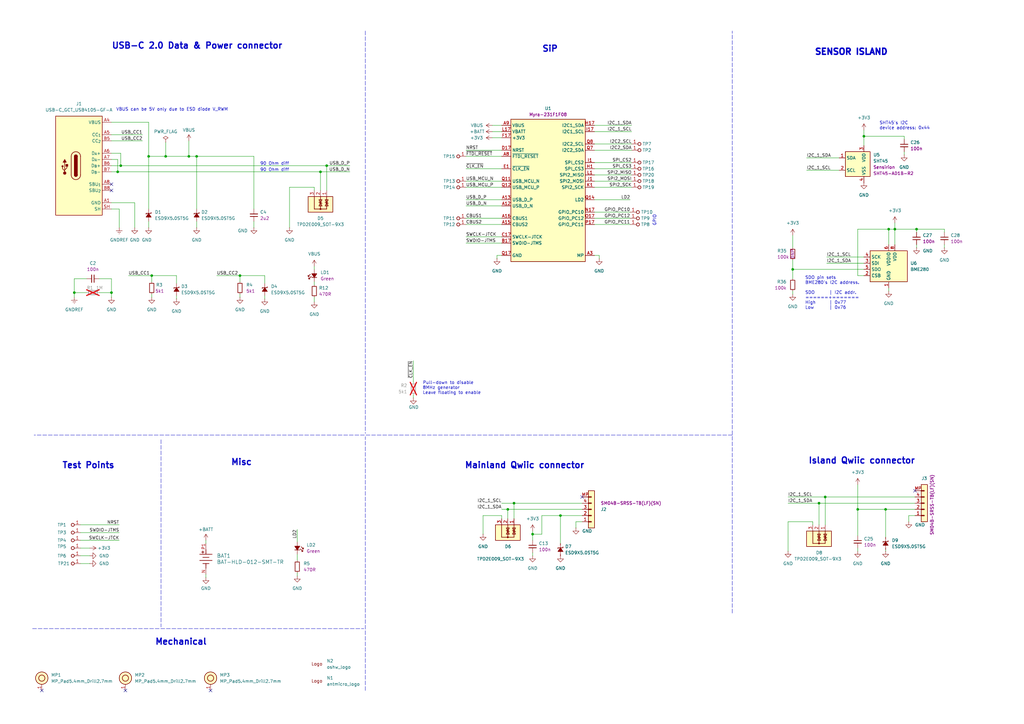
<source format=kicad_sch>
(kicad_sch (version 20230121) (generator eeschema)
  (paper "A3")
  (title_block (title "MYRA SiP Baseboard") (date "2024-06-28") (rev "1.0.0:c359f") (company "Antmicro ") (comment 1 "www.antmicro.com"))
  (junction (at 210.82 206.375))
  (junction (at 335.915 206.375))
  (junction (at 218.44 219.075))
  (junction (at 338.455 203.835))
  (junction (at 133.985 67.945))
  (junction (at 367.03 93.98))
  (junction (at 363.22 208.915))
  (junction (at 354.33 55.88))
  (junction (at 45.72 120.015))
  (junction (at 30.48 120.015))
  (junction (at 364.49 93.98))
  (junction (at 98.425 113.03))
  (junction (at 48.26 70.485))
  (junction (at 375.92 93.98))
  (junction (at 351.79 208.915))
  (junction (at 60.96 64.135))
  (junction (at 80.645 64.135))
  (junction (at 62.23 113.03))
  (junction (at 49.53 67.945))
  (junction (at 229.87 211.455))
  (junction (at 77.47 64.135))
  (junction (at 208.28 208.915))
  (junction (at 325.12 110.49))
  (junction (at 67.945 64.135))
  (junction (at 131.445 70.485))
  (no_connect (at 375.285 201.295))
  (no_connect (at 86.36 283.21))
  (no_connect (at 45.72 78.105))
  (no_connect (at 17.145 283.21))
  (no_connect (at 45.72 75.565))
  (no_connect (at 51.435 283.21))
  (no_connect (at 238.76 203.835))
  (wire (pts (xy 370.84 62.23) (xy 370.84 63.5)))
  (wire (pts (xy 258.445 92.075) (xy 243.84 92.075)))
  (wire (pts (xy 33.02 218.44) (xy 48.895 218.44)))
  (wire (pts (xy 45.72 62.865) (xy 49.53 62.865)))
  (wire (pts (xy 243.84 51.435) (xy 259.08 51.435)))
  (wire (pts (xy 77.47 57.785) (xy 77.47 64.135)))
  (wire (pts (xy 351.79 208.915) (xy 363.22 208.915)))
  (wire (pts (xy 245.745 106.045) (xy 245.745 104.775)))
  (wire (pts (xy 128.905 76.835) (xy 118.745 76.835)))
  (wire (pts (xy 201.93 51.435) (xy 205.74 51.435)))
  (wire (pts (xy 60.96 50.165) (xy 60.96 64.135)))
  (wire (pts (xy 98.425 113.03) (xy 98.425 115.57)))
  (wire (pts (xy 191.135 81.915) (xy 205.74 81.915)))
  (wire (pts (xy 222.25 219.075) (xy 218.44 219.075)))
  (wire (pts (xy 191.135 99.695) (xy 205.74 99.695)))
  (polyline (pts (xy 66.04 180.34) (xy 66.04 257.175)) (stroke (width 0) (type dash)))
  (wire (pts (xy 108.585 121.285) (xy 108.585 122.555)))
  (wire (pts (xy 67.945 58.42) (xy 67.945 64.135)))
  (wire (pts (xy 133.985 67.945) (xy 133.985 78.105)))
  (wire (pts (xy 55.245 83.185) (xy 45.72 83.185)))
  (wire (pts (xy 45.72 120.015) (xy 45.72 121.92)))
  (wire (pts (xy 198.12 211.455) (xy 205.74 211.455)))
  (wire (pts (xy 387.35 100.33) (xy 387.35 101.6)))
  (wire (pts (xy 203.835 106.045) (xy 203.835 104.775)))
  (wire (pts (xy 67.945 64.135) (xy 77.47 64.135)))
  (wire (pts (xy 104.14 64.135) (xy 104.14 85.725)))
  (wire (pts (xy 191.135 84.455) (xy 205.74 84.455)))
  (wire (pts (xy 325.12 106.68) (xy 325.12 110.49)))
  (wire (pts (xy 45.72 114.3) (xy 45.72 120.015)))
  (wire (pts (xy 375.285 211.455) (xy 372.745 211.455)))
  (wire (pts (xy 45.72 67.945) (xy 49.53 67.945)))
  (wire (pts (xy 367.03 91.44) (xy 367.03 93.98)))
  (wire (pts (xy 338.455 203.835) (xy 338.455 215.265)))
  (wire (pts (xy 33.02 227.965) (xy 36.83 227.965)))
  (wire (pts (xy 258.445 86.995) (xy 243.84 86.995)))
  (wire (pts (xy 40.64 120.015) (xy 45.72 120.015)))
  (wire (pts (xy 60.96 90.805) (xy 60.96 93.345)))
  (wire (pts (xy 191.135 89.535) (xy 205.74 89.535)))
  (wire (pts (xy 354.33 55.88) (xy 370.84 55.88)))
  (wire (pts (xy 191.135 92.075) (xy 205.74 92.075)))
  (wire (pts (xy 48.895 93.345) (xy 48.895 85.725)))
  (wire (pts (xy 98.425 120.65) (xy 98.425 121.92)))
  (wire (pts (xy 45.72 85.725) (xy 48.895 85.725)))
  (wire (pts (xy 245.745 104.775) (xy 243.84 104.775)))
  (wire (pts (xy 88.9 113.03) (xy 98.425 113.03)))
  (wire (pts (xy 30.48 114.3) (xy 30.48 120.015)))
  (wire (pts (xy 80.645 64.135) (xy 80.645 85.725)))
  (wire (pts (xy 323.215 206.375) (xy 335.915 206.375)))
  (wire (pts (xy 243.84 59.055) (xy 259.08 59.055)))
  (wire (pts (xy 191.135 76.835) (xy 205.74 76.835)))
  (wire (pts (xy 40.64 114.3) (xy 45.72 114.3)))
  (wire (pts (xy 48.26 65.405) (xy 48.26 70.485)))
  (wire (pts (xy 339.09 105.41) (xy 354.33 105.41)))
  (polyline (pts (xy 149.86 283.21) (xy 149.86 179.07)) (stroke (width 0) (type dash)))
  (wire (pts (xy 351.79 208.915) (xy 351.79 219.71)))
  (wire (pts (xy 323.215 203.835) (xy 338.455 203.835)))
  (wire (pts (xy 370.84 55.88) (xy 370.84 57.15)))
  (wire (pts (xy 98.425 113.03) (xy 108.585 113.03)))
  (wire (pts (xy 364.49 93.98) (xy 367.03 93.98)))
  (wire (pts (xy 363.22 208.915) (xy 363.22 220.345)))
  (wire (pts (xy 330.835 64.77) (xy 344.17 64.77)))
  (wire (pts (xy 375.92 93.98) (xy 387.35 93.98)))
  (wire (pts (xy 258.445 89.535) (xy 243.84 89.535)))
  (wire (pts (xy 259.08 66.675) (xy 243.84 66.675)))
  (wire (pts (xy 118.745 76.835) (xy 118.745 93.345)))
  (wire (pts (xy 45.72 57.785) (xy 58.42 57.785)))
  (wire (pts (xy 169.545 147.955) (xy 169.545 156.845)))
  (polyline (pts (xy 300.355 178.435) (xy 13.97 178.435)) (stroke (width 0) (type dash)))
  (wire (pts (xy 375.92 93.98) (xy 375.92 95.25)))
  (wire (pts (xy 325.12 110.49) (xy 354.33 110.49)))
  (wire (pts (xy 80.645 90.805) (xy 80.645 93.345)))
  (wire (pts (xy 229.87 211.455) (xy 238.76 211.455)))
  (polyline (pts (xy 300.355 251.46) (xy 300.355 12.7)) (stroke (width 0) (type dash)))
  (wire (pts (xy 205.74 206.375) (xy 210.82 206.375)))
  (wire (pts (xy 259.08 71.755) (xy 243.84 71.755)))
  (wire (pts (xy 191.135 74.295) (xy 205.74 74.295)))
  (wire (pts (xy 364.49 118.11) (xy 364.49 119.38)))
  (wire (pts (xy 364.49 93.98) (xy 351.79 93.98)))
  (wire (pts (xy 335.915 206.375) (xy 335.915 215.265)))
  (wire (pts (xy 372.745 211.455) (xy 372.745 213.995)))
  (wire (pts (xy 243.84 81.915) (xy 258.445 81.915)))
  (wire (pts (xy 128.905 121.92) (xy 128.905 123.825)))
  (wire (pts (xy 33.02 215.265) (xy 48.895 215.265)))
  (wire (pts (xy 210.82 206.375) (xy 210.82 212.725)))
  (wire (pts (xy 323.215 226.06) (xy 323.215 213.995)))
  (wire (pts (xy 72.39 113.03) (xy 62.23 113.03)))
  (wire (pts (xy 33.02 221.615) (xy 48.895 221.615)))
  (wire (pts (xy 128.905 115.57) (xy 128.905 116.84)))
  (wire (pts (xy 55.245 93.345) (xy 55.245 83.185)))
  (wire (pts (xy 351.79 224.79) (xy 351.79 226.06)))
  (wire (pts (xy 49.53 67.945) (xy 133.985 67.945)))
  (wire (pts (xy 201.93 53.975) (xy 205.74 53.975)))
  (wire (pts (xy 229.87 211.455) (xy 222.25 211.455)))
  (wire (pts (xy 128.905 76.835) (xy 128.905 78.105)))
  (wire (pts (xy 259.08 69.215) (xy 243.84 69.215)))
  (wire (pts (xy 45.72 65.405) (xy 48.26 65.405)))
  (wire (pts (xy 191.135 69.215) (xy 205.74 69.215)))
  (wire (pts (xy 325.12 110.49) (xy 325.12 114.3)))
  (wire (pts (xy 121.92 234.95) (xy 121.92 236.22)))
  (wire (pts (xy 364.49 93.98) (xy 364.49 100.33)))
  (wire (pts (xy 351.79 113.03) (xy 354.33 113.03)))
  (wire (pts (xy 210.82 206.375) (xy 238.76 206.375)))
  (wire (pts (xy 259.08 76.835) (xy 243.84 76.835)))
  (wire (pts (xy 80.645 64.135) (xy 104.14 64.135)))
  (wire (pts (xy 238.76 213.995) (xy 236.22 213.995)))
  (wire (pts (xy 128.905 109.22) (xy 128.905 110.49)))
  (wire (pts (xy 62.23 113.03) (xy 62.23 115.57)))
  (wire (pts (xy 72.39 121.285) (xy 72.39 122.555)))
  (wire (pts (xy 330.835 69.85) (xy 344.17 69.85)))
  (wire (pts (xy 60.96 64.135) (xy 60.96 85.725)))
  (wire (pts (xy 191.135 64.135) (xy 205.74 64.135)))
  (wire (pts (xy 36.83 231.14) (xy 33.02 231.14)))
  (wire (pts (xy 108.585 113.03) (xy 108.585 116.205)))
  (wire (pts (xy 335.915 206.375) (xy 375.285 206.375)))
  (wire (pts (xy 121.92 227.33) (xy 121.92 229.87)))
  (wire (pts (xy 236.22 213.995) (xy 236.22 216.535)))
  (wire (pts (xy 208.28 208.915) (xy 238.76 208.915)))
  (wire (pts (xy 243.84 61.595) (xy 259.08 61.595)))
  (wire (pts (xy 84.455 236.855) (xy 84.455 235.585)))
  (wire (pts (xy 131.445 70.485) (xy 143.51 70.485)))
  (wire (pts (xy 205.74 211.455) (xy 205.74 212.725)))
  (wire (pts (xy 62.23 120.65) (xy 62.23 121.92)))
  (wire (pts (xy 351.79 198.755) (xy 351.79 208.915)))
  (wire (pts (xy 84.455 221.615) (xy 84.455 222.885)))
  (wire (pts (xy 77.47 64.135) (xy 80.645 64.135)))
  (wire (pts (xy 243.84 53.975) (xy 259.08 53.975)))
  (wire (pts (xy 222.25 211.455) (xy 222.25 219.075)))
  (wire (pts (xy 339.09 107.95) (xy 354.33 107.95)))
  (wire (pts (xy 363.22 208.915) (xy 375.285 208.915)))
  (polyline (pts (xy 149.86 12.7) (xy 149.86 177.8)) (stroke (width 0) (type dash)))
  (wire (pts (xy 218.44 226.695) (xy 218.44 227.965)))
  (wire (pts (xy 338.455 203.835) (xy 375.285 203.835)))
  (wire (pts (xy 191.135 97.155) (xy 205.74 97.155)))
  (wire (pts (xy 191.135 61.595) (xy 205.74 61.595)))
  (wire (pts (xy 218.44 217.805) (xy 218.44 219.075)))
  (wire (pts (xy 72.39 113.03) (xy 72.39 116.205)))
  (wire (pts (xy 354.33 53.34) (xy 354.33 55.88)))
  (wire (pts (xy 121.92 217.17) (xy 121.92 222.25)))
  (wire (pts (xy 48.26 70.485) (xy 131.445 70.485)))
  (wire (pts (xy 375.92 100.33) (xy 375.92 101.6)))
  (wire (pts (xy 208.28 208.915) (xy 208.28 212.725)))
  (wire (pts (xy 45.72 55.245) (xy 58.42 55.245)))
  (wire (pts (xy 198.12 219.075) (xy 198.12 211.455)))
  (wire (pts (xy 351.79 93.98) (xy 351.79 113.03)))
  (wire (pts (xy 325.12 96.52) (xy 325.12 101.6)))
  (wire (pts (xy 49.53 62.865) (xy 49.53 67.945)))
  (wire (pts (xy 203.835 104.775) (xy 205.74 104.775)))
  (wire (pts (xy 52.705 113.03) (xy 62.23 113.03)))
  (wire (pts (xy 367.03 93.98) (xy 367.03 100.33)))
  (wire (pts (xy 323.215 213.995) (xy 333.375 213.995)))
  (wire (pts (xy 30.48 114.3) (xy 35.56 114.3)))
  (wire (pts (xy 133.985 67.945) (xy 143.51 67.945)))
  (wire (pts (xy 30.48 120.015) (xy 35.56 120.015)))
  (wire (pts (xy 30.48 120.015) (xy 30.48 121.92)))
  (wire (pts (xy 45.72 50.165) (xy 60.96 50.165)))
  (wire (pts (xy 45.72 70.485) (xy 48.26 70.485)))
  (wire (pts (xy 60.96 64.135) (xy 67.945 64.135)))
  (wire (pts (xy 259.08 74.295) (xy 243.84 74.295)))
  (wire (pts (xy 104.14 90.805) (xy 104.14 93.345)))
  (polyline (pts (xy 13.335 257.81) (xy 149.225 257.81)) (stroke (width 0) (type dash)))
  (wire (pts (xy 131.445 70.485) (xy 131.445 78.105)))
  (wire (pts (xy 33.02 224.79) (xy 36.83 224.79)))
  (wire (pts (xy 201.93 56.515) (xy 205.74 56.515)))
  (wire (pts (xy 205.74 208.915) (xy 208.28 208.915)))
  (wire (pts (xy 229.87 211.455) (xy 229.87 222.885)))
  (wire (pts (xy 387.35 93.98) (xy 387.35 95.25)))
  (wire (pts (xy 367.03 93.98) (xy 375.92 93.98)))
  (wire (pts (xy 354.33 55.88) (xy 354.33 59.69)))
  (wire (pts (xy 169.545 161.925) (xy 169.545 163.195)))
  (wire (pts (xy 363.22 226.06) (xy 363.22 225.425)))
  (wire (pts (xy 325.12 119.38) (xy 325.12 120.65)))
  (wire (pts (xy 333.375 213.995) (xy 333.375 215.265)))
  (wire (pts (xy 218.44 219.075) (xy 218.44 221.615)))
  (text "Island Qwiic connector" (at 331.47 190.5 0) (effects (font (size 2.5 2.5) (thickness 0.5) bold) (justify left bottom)))
  (text "SiP" (at 222.25 21.59 0) (effects (font (size 2.5 2.5) (thickness 0.5) bold) (justify left bottom)))
  (text "90 Ohm diff" (at 106.68 70.485 0) (effects (font (size 1.27 1.27)) (justify left bottom)))
  (text "USB-C 2.0 Data & Power connector" (at 45.72 20.32 0) (effects (font (size 2.5 2.5) (thickness 0.5) bold) (justify left bottom)))
  (text "SDO pin sets \nBME280's I2C address.\n\nSDO		| I2C addr.\n======+=======\nHigh	| 0x77\nLow		| 0x76" (at 330.2 127 0) (effects (font (size 1.27 1.27)) (justify left bottom)))
  (text "90 Ohm diff" (at 106.68 67.945 0) (effects (font (size 1.27 1.27)) (justify left bottom)))
  (text "VBUS can be 5V only due to ESD diode V_RWM" (at 47.625 45.72 0) (effects (font (size 1.27 1.27)) (justify left bottom)))
  (text "Pull-down to disable \n8MHz generator\nLeave floating to enable" (at 173.355 161.925 0) (effects (font (size 1.27 1.27)) (justify left bottom)))
  (text "Misc" (at 94.615 191.135 0) (effects (font (size 2.5 2.5) (thickness 0.5) bold) (justify left bottom)))
  (text "SENSOR ISLAND" (at 334.01 22.86 0) (effects (font (size 2.5 2.5) (thickness 0.6) bold) (justify left bottom)))
  (text "SHT45's I2C \ndevice address: 0x44" (at 360.68 53.34 0) (effects (font (size 1.27 1.27)) (justify left bottom)))
  (text "Mainland Qwiic connector" (at 190.5 192.405 0) (effects (font (size 2.5 2.5) (thickness 0.5) bold) (justify left bottom)))
  (text "Test Points" (at 25.4 192.405 0) (effects (font (size 2.5 2.5) (thickness 0.5) bold) (justify left bottom)))
  (text "Mechanical" (at 63.5 264.795 0) (effects (font (size 2.5 2.5) (thickness 0.5) bold) (justify left bottom)))
  (text "GPIO" (at 269.24 92.71 90) (effects (font (size 1.27 1.27)) (justify left bottom)))
  (label "USB_MCU_N" (at 191.135 74.295 0))
  (label "I2C_1_SCL" (at 205.74 206.375 180))
  (label "SWCLK-JTCK" (at 48.895 221.615 180))
  (label "USB_CC1" (at 52.705 113.03 0))
  (label "GPIO_PC10" (at 258.445 86.995 180))
  (label "SPI2_SCK" (at 259.08 76.835 180))
  (label "I2C_1_SCL" (at 323.215 203.835 0))
  (label "~{FTDI_RESET}" (at 191.135 64.135 0))
  (label "I2C_1_SCL" (at 339.09 105.41 0))
  (label "I2C_1_SDA" (at 339.09 107.95 0))
  (label "USB_CC2" (at 58.42 57.785 180))
  (label "GPIO_PC12" (at 258.445 89.535 180))
  (label "SWDIO-JTMS" (at 191.135 99.695 0))
  (label "LD2" (at 258.445 81.915 180))
  (label "SPI_CS2" (at 259.08 66.675 180))
  (label "GPIO_PC11" (at 258.445 92.075 180))
  (label "I2C2_SDA" (at 259.08 61.595 180))
  (label "I2C_1_SDA" (at 323.215 206.375 0))
  (label "USB_D_P" (at 143.51 67.945 180))
  (label "~{CLK_EN}" (at 191.135 69.215 0))
  (label "USB_CC2" (at 88.9 113.03 0))
  (label "SWCLK-JTCK" (at 191.135 97.155 0))
  (label "I2C_1_SDA" (at 259.08 51.435 180))
  (label "USB_D_N" (at 191.135 84.455 0))
  (label "SPI2_MOSI" (at 259.08 74.295 180))
  (label "NRST" (at 48.895 215.265 180))
  (label "USB_D_P" (at 191.135 81.915 0))
  (label "CBUS2" (at 191.135 92.075 0))
  (label "USB_MCU_P" (at 191.135 76.835 0))
  (label "SWDIO-JTMS" (at 48.895 218.44 180))
  (label "CBUS1" (at 191.135 89.535 0))
  (label "USB_D_N" (at 143.51 70.485 180))
  (label "USB_CC1" (at 58.42 55.245 180))
  (label "~{CLK_EN}" (at 169.545 147.955 270))
  (label "I2C_1_SDA" (at 205.74 208.915 180))
  (label "I2C_1_SCL" (at 259.08 53.975 180))
  (label "LD2" (at 121.92 217.17 270))
  (label "SPI2_MISO" (at 259.08 71.755 180))
  (label "NRST" (at 191.135 61.595 0))
  (label "I2C_1_SDA" (at 330.835 64.77 0))
  (label "I2C2_SCL" (at 259.08 59.055 180))
  (label "I2C_1_SCL" (at 330.835 69.85 0))
  (label "SPI_CS3" (at 259.08 69.215 180))
  (symbol (lib_id "antmicroCapacitors0402:C_100n_0402") (at 387.35 95.25 270) (unit 1)
    (property "Reference" "C28" (at 389.89 96.5262 90) (effects (justify left)))
    (property "Value" "C_100n_0402" (effects hide))
    (property "Footprint" "antmicro-footprints:C_0402_1005Metric" (effects hide))
    (property "Datasheet" "https://www.murata.com/products/productdetail?partno=GRM155R61H104KE14%23" (effects hide))
    (property "Manufacturer" "Murata" (effects hide))
    (property "MPN" "GRM155R61H104KE14D" (effects hide))
    (property "Val" "100n" (at 389.89 99.0662 90) (effects (justify left)))
    (property "License" "Apache-2.0" (effects hide))
    (property "Author" "Antmicro" (effects hide))
    (property "Voltage" "50V" (effects hide))
    (property "Dielectric" "X5R" (effects hide))
    (property "Public" "False" (effects hide))
  )
  (symbol (lib_id "antmicroTestPoints:TP_1.5mm_SMD") (at 33.02 224.79 180) (unit 1)
    (property "Reference" "TP5" (at 25.4 224.155 0))
    (property "Value" "TP_1.5mm_SMD" (effects hide))
    (property "Footprint" "antmicro-footprints:TP_SMD_1.5mm" (effects hide))
    (property "Author" "Antmicro" (effects hide))
    (property "License" "Apache-2.0" (effects hide))
    (property "Public" "False" (effects hide))
  )
  (symbol (lib_id "antmicropower:GND") (at 325.12 120.65 0) (mirror y) (unit 1)
    (property "Reference" "#PWR062" (effects hide))
    (property "Value" "GND" (at 325.12 125.73 0))
    (property "Author" "Antmicro" (effects hide))
    (property "License" "Apache-2.0" (effects hide))
  )
  (symbol (lib_id "antmicroTestPoints:TP_1.5mm_SMD") (at 258.445 89.535 0) (unit 1)
    (property "Reference" "TP9" (at 262.89 89.535 0) (effects (justify left)))
    (property "Value" "TP_1.5mm_SMD" (effects hide))
    (property "Footprint" "antmicro-footprints:TP_SMD_1.5mm" (effects hide))
    (property "Author" "Antmicro" (effects hide))
    (property "License" "Apache-2.0" (effects hide))
    (property "Public" "False" (effects hide))
  )
  (symbol (lib_id "antmicroTestPoints:TP_1.5mm_SMD") (at 191.135 89.535 180) (unit 1)
    (property "Reference" "TP11" (at 186.69 89.535 0) (effects (justify left)))
    (property "Value" "TP_1.5mm_SMD" (effects hide))
    (property "Footprint" "antmicro-footprints:TP_SMD_1.5mm" (effects hide))
    (property "Author" "Antmicro" (effects hide))
    (property "License" "Apache-2.0" (effects hide))
    (property "Public" "False" (effects hide))
  )
  (symbol (lib_id "antmicropower:PWR_FLAG") (at 67.945 58.42 0) (unit 1)
    (property "Reference" "#FLG01" (effects hide))
    (property "Value" "PWR_FLAG" (at 67.945 53.975 0))
  )
  (symbol (lib_id "antmicropower:GND") (at 62.23 121.92 0) (unit 1)
    (property "Reference" "#PWR010" (effects hide))
    (property "Value" "GND" (at 62.23 127 0))
    (property "Author" "Antmicro" (effects hide))
    (property "License" "Apache-2.0" (effects hide))
  )
  (symbol (lib_id "antmicropower:GND") (at 118.745 93.345 0) (unit 1)
    (property "Reference" "#PWR014" (effects hide))
    (property "Value" "GND" (at 118.745 98.425 0))
    (property "Author" "Antmicro" (effects hide))
    (property "License" "Apache-2.0" (effects hide))
  )
  (symbol (lib_id "antmicroTestPoints:TP_1.5mm_SMD") (at 191.135 92.075 180) (unit 1)
    (property "Reference" "TP12" (at 186.69 92.075 0) (effects (justify left)))
    (property "Value" "TP_1.5mm_SMD" (effects hide))
    (property "Footprint" "antmicro-footprints:TP_SMD_1.5mm" (effects hide))
    (property "Author" "Antmicro" (effects hide))
    (property "License" "Apache-2.0" (effects hide))
    (property "Public" "False" (effects hide))
  )
  (symbol (lib_id "antmicropower:GND") (at 169.545 163.195 0) (unit 1)
    (property "Reference" "#PWR022" (effects hide))
    (property "Value" "GND" (at 167.64 167.005 0) (effects (justify left)))
    (property "Author" "Antmicro" (effects hide))
    (property "License" "Apache-2.0" (effects hide))
  )
  (symbol (lib_id "antmicropower:GND") (at 351.79 226.06 0) (mirror y) (unit 1)
    (property "Reference" "#PWR065" (effects hide))
    (property "Value" "GND" (at 351.79 231.14 0))
    (property "Author" "Antmicro" (effects hide))
    (property "License" "Apache-2.0" (effects hide))
  )
  (symbol (lib_id "antmicroUSBConnectors:USB-C_GCT_USB4105-GF-A") (at 45.72 50.165 0) (unit 1)
    (property "Reference" "J1" (at 32.385 42.545 0))
    (property "Value" "USB-C_GCT_USB4105-GF-A" (at 32.385 45.085 0))
    (property "Footprint" "antmicro-footprints:USB-C_Receptacle_GCT_USB4105-GF-A" (effects hide))
    (property "Datasheet" "https://gct.co/files/drawings/usb4105.pdf" (effects hide))
    (property "Manufacturer" "GCT" (effects hide))
    (property "MPN" "USB4105-GF-A" (effects hide))
    (property "Author" "Antmicro" (effects hide))
    (property "License" "Apache-2.0" (effects hide))
    (property "VSD_Class" "USB-C" (effects hide))
  )
  (symbol (lib_id "antmicroResistors0402:R_100k_0402") (at 325.12 101.6 270) (unit 1)
    (property "Reference" "R35" (at 318.77 102.87 90) (effects (justify left)))
    (property "Value" "R_100k_0402" (effects hide))
    (property "Footprint" "antmicro-footprints:R_0402_1005Metric" (effects hide))
    (property "Datasheet" "https://www.bourns.com/docs/product-datasheets/cr.pdf" (effects hide))
    (property "Manufacturer" "Bourns" (effects hide))
    (property "MPN" "CR0402-FX-1003GLF" (effects hide))
    (property "Val" "100k" (at 318.77 105.41 90) (effects (justify left)))
    (property "License" "Apache-2.0" (effects hide))
    (property "Author" "Antmicro" (effects hide))
    (property "Tolerance" "1%" (effects hide))
    (property "DNP" "DNP" (at 325.12 104.14 0))
    (property "Public" "False" (effects hide))
  )
  (symbol (lib_id "antmicroTestPoints:TP_1.5mm_SMD") (at 191.135 74.295 180) (unit 1)
    (property "Reference" "TP13" (at 186.69 74.295 0) (effects (justify left)))
    (property "Value" "TP_1.5mm_SMD" (effects hide))
    (property "Footprint" "antmicro-footprints:TP_SMD_1.5mm" (effects hide))
    (property "Author" "Antmicro" (effects hide))
    (property "License" "Apache-2.0" (effects hide))
    (property "Public" "False" (effects hide))
  )
  (symbol (lib_id "antmicropower:+3V3") (at 367.03 91.44 0) (mirror y) (unit 1)
    (property "Reference" "#PWR072" (effects hide))
    (property "Value" "+3V3" (at 367.03 86.36 0))
    (property "Author" "Antmicro" (effects hide))
    (property "License" "Apache-2.0" (effects hide))
  )
  (symbol (lib_id "antmicroModules:Myra-231F1F08") (at 205.74 51.435 0) (unit 1) (in_bom no)
    (property "Reference" "U1" (at 224.79 44.45 0))
    (property "Value" "Myra-231F1F08" (effects hide))
    (property "Footprint" "antmicro-footprints:LGA-64_11.4x11.4mm_Myra" (effects hide))
    (property "MPN" "Myra-231F1F08" (at 224.79 46.99 0))
    (property "Manufacturer" "Antmicro" (effects hide))
    (property "Author" "Antmicro" (effects hide))
    (property "License" "Apache-2.0" (effects hide))
    (property "GitHub" "https://github.com/antmicro/myra-sip " (effects hide))
  )
  (symbol (lib_id "antmicroTVSDiodes:ESD9X5.0ST5G") (at 72.39 116.205 270) (unit 1)
    (property "Reference" "D3" (at 74.295 117.475 90) (effects (justify left)))
    (property "Value" "ESD9X5.0ST5G" (at 74.295 120.015 90) (effects (justify left)))
    (property "Footprint" "antmicro-footprints:SOD-923" (effects hide))
    (property "Datasheet" "https://www.onsemi.com/pdf/datasheet/esd9x3.3st5g-d.pdf" (effects hide))
    (property "Manufacturer" "ON Semiconductor" (effects hide))
    (property "MPN" "ESD9X5.0ST5G" (effects hide))
    (property "Author" "Antmicro" (effects hide))
    (property "License" "Apache-2.0" (effects hide))
    (property "Public" "False" (effects hide))
  )
  (symbol (lib_id "antmicropower:GND") (at 229.87 227.965 0) (mirror y) (unit 1)
    (property "Reference" "#PWR035" (effects hide))
    (property "Value" "GND" (at 229.87 233.045 0))
    (property "Author" "Antmicro" (effects hide))
    (property "License" "Apache-2.0" (effects hide))
  )
  (symbol (lib_id "antmicroTestPoints:TP_1.5mm_SMD") (at 33.02 221.615 180) (unit 1)
    (property "Reference" "TP4" (at 25.4 221.615 0))
    (property "Value" "TP_1.5mm_SMD" (effects hide))
    (property "Footprint" "antmicro-footprints:TP_SMD_1.5mm" (effects hide))
    (property "Author" "Antmicro" (effects hide))
    (property "License" "Apache-2.0" (effects hide))
    (property "Public" "False" (effects hide))
  )
  (symbol (lib_id "antmicropower:GND") (at 370.84 63.5 0) (mirror y) (unit 1)
    (property "Reference" "#PWR074" (effects hide))
    (property "Value" "GND" (at 370.84 68.58 0))
    (property "Author" "Antmicro" (effects hide))
    (property "License" "Apache-2.0" (effects hide))
  )
  (symbol (lib_id "antmicropower:GND") (at 245.745 106.045 0) (unit 1)
    (property "Reference" "#PWR06" (effects hide))
    (property "Value" "GND" (at 245.745 111.125 0))
    (property "Author" "Antmicro" (effects hide))
    (property "License" "Apache-2.0" (effects hide))
  )
  (symbol (lib_id "antmicroBatteryHoldersClipsContacts:BAT-HLD-012-SMT-TR") (at 84.455 222.885 0) (mirror y) (unit 1)
    (property "Reference" "BAT1" (at 88.9 227.965 0) (effects (font (size 1.524 1.524)) (justify right)))
    (property "Value" "BAT-HLD-012-SMT-TR" (at 88.9 230.505 0) (effects (font (size 1.524 1.524)) (justify right)))
    (property "Footprint" "antmicro-footprints:BAT_BAT-HLD-012-SMT-TR" (effects hide))
    (property "Datasheet" "https://www.snapeda.com/parts/BAT-HLD-012-SMT-TR/Linx/datasheet/" (effects hide))
    (property "MPN" "BAT-HLD-012-SMT-TR" (effects hide))
    (property "Manufacturer" "Linx Technologies" (effects hide))
    (property "License" "Apache-2.0" (effects hide))
    (property "Author" "Antmicro" (effects hide))
  )
  (symbol (lib_id "antmicropower:GND") (at 128.905 123.825 0) (unit 1)
    (property "Reference" "#PWR018" (effects hide))
    (property "Value" "GND" (at 128.905 128.905 0))
    (property "Author" "Antmicro" (effects hide))
    (property "License" "Apache-2.0" (effects hide))
  )
  (symbol (lib_id "antmicroTVSDiodes:ESD9X5.0ST5G") (at 80.645 85.725 270) (unit 1)
    (property "Reference" "D2" (at 82.55 86.995 90) (effects (justify left)))
    (property "Value" "ESD9X5.0ST5G" (at 82.55 89.535 90) (effects (justify left)))
    (property "Footprint" "antmicro-footprints:SOD-923" (effects hide))
    (property "Datasheet" "https://www.onsemi.com/pdf/datasheet/esd9x3.3st5g-d.pdf" (effects hide))
    (property "Manufacturer" "ON Semiconductor" (effects hide))
    (property "MPN" "ESD9X5.0ST5G" (effects hide))
    (property "Author" "Antmicro" (effects hide))
    (property "License" "Apache-2.0" (effects hide))
    (property "Public" "False" (effects hide))
  )
  (symbol (lib_id "antmicroTestPoints:TP_1.5mm_SMD") (at 191.135 76.835 180) (unit 1)
    (property "Reference" "TP14" (at 186.69 76.835 0) (effects (justify left)))
    (property "Value" "TP_1.5mm_SMD" (effects hide))
    (property "Footprint" "antmicro-footprints:TP_SMD_1.5mm" (effects hide))
    (property "Author" "Antmicro" (effects hide))
    (property "License" "Apache-2.0" (effects hide))
    (property "Public" "False" (effects hide))
  )
  (symbol (lib_id "antmicropower:+3V3") (at 218.44 217.805 0) (mirror y) (unit 1)
    (property "Reference" "#PWR030" (effects hide))
    (property "Value" "+3V3" (at 218.44 212.725 0))
    (property "Author" "Antmicro" (effects hide))
    (property "License" "Apache-2.0" (effects hide))
  )
  (symbol (lib_id "antmicroMechanicalParts:MP_Pad5.4mm_Drill2.7mm") (at 17.145 283.21 90) (unit 1) (in_bom no)
    (property "Reference" "MP1" (at 20.955 276.86 90) (effects (justify right)))
    (property "Value" "MP_Pad5.4mm_Drill2.7mm" (at 20.955 279.4 90) (effects (justify right)))
    (property "Footprint" "antmicro-footprints:MP_Pad5.4mm_Drill2.7mm" (effects hide))
    (property "Author" "Antmicro" (effects hide))
    (property "License" "Apache-2.0" (effects hide))
    (property "Public" "False" (effects hide))
  )
  (symbol (lib_id "antmicropower:GND") (at 36.83 227.965 90) (mirror x) (unit 1)
    (property "Reference" "#PWR024" (effects hide))
    (property "Value" "GND" (at 40.64 227.965 90) (effects (justify right)))
    (property "Author" "Antmicro" (effects hide))
    (property "License" "Apache-2.0" (effects hide))
  )
  (symbol (lib_id "antmicropower:GND") (at 72.39 122.555 0) (mirror y) (unit 1)
    (property "Reference" "#PWR013" (effects hide))
    (property "Value" "GND" (at 72.39 127.635 0))
    (property "Author" "Antmicro" (effects hide))
    (property "License" "Apache-2.0" (effects hide))
  )
  (symbol (lib_id "antmicropower:GND") (at 104.14 93.345 0) (unit 1)
    (property "Reference" "#PWR012" (effects hide))
    (property "Value" "GND" (at 101.6 94.6149 0) (effects (justify right)))
    (property "Author" "Antmicro" (effects hide))
    (property "License" "Apache-2.0" (effects hide))
  )
  (symbol (lib_id "antmicropower:GND") (at 218.44 227.965 0) (mirror y) (unit 1)
    (property "Reference" "#PWR031" (effects hide))
    (property "Value" "GND" (at 218.44 233.045 0))
    (property "Author" "Antmicro" (effects hide))
    (property "License" "Apache-2.0" (effects hide))
  )
  (symbol (lib_id "antmicropower:GND") (at 60.96 93.345 0) (unit 1)
    (property "Reference" "#PWR07" (effects hide))
    (property "Value" "GND" (at 62.23 98.425 0) (effects (justify right)))
    (property "Author" "Antmicro" (effects hide))
    (property "License" "Apache-2.0" (effects hide))
  )
  (symbol (lib_id "antmicroTestPoints:TP_1.5mm_SMD") (at 33.02 231.14 180) (unit 1)
    (property "Reference" "TP21" (at 28.575 231.14 0) (effects (justify left)))
    (property "Value" "TP_1.5mm_SMD" (effects hide))
    (property "Footprint" "antmicro-footprints:TP_SMD_1.5mm" (effects hide))
    (property "Author" "Antmicro" (effects hide))
    (property "License" "Apache-2.0" (effects hide))
    (property "Public" "False" (effects hide))
  )
  (symbol (lib_id "antmicropower:GND") (at 198.12 219.075 0) (mirror y) (unit 1)
    (property "Reference" "#PWR020" (effects hide))
    (property "Value" "GND" (at 198.12 224.155 0))
    (property "Author" "Antmicro" (effects hide))
    (property "License" "Apache-2.0" (effects hide))
  )
  (symbol (lib_id "antmicroTestPoints:TP_1.5mm_SMD") (at 259.08 61.595 0) (unit 1)
    (property "Reference" "TP2" (at 263.525 61.595 0) (effects (justify left)))
    (property "Value" "TP_1.5mm_SMD" (effects hide))
    (property "Footprint" "antmicro-footprints:TP_SMD_1.5mm" (effects hide))
    (property "Author" "Antmicro" (effects hide))
    (property "License" "Apache-2.0" (effects hide))
    (property "Public" "False" (effects hide))
  )
  (symbol (lib_id "antmicropower:GNDREF") (at 48.895 93.345 0) (unit 1)
    (property "Reference" "#PWR032" (effects hide))
    (property "Value" "GNDREF" (at 48.895 98.425 0))
  )
  (symbol (lib_id "antmicroTestPoints:TP_1.5mm_SMD") (at 258.445 92.075 0) (unit 1)
    (property "Reference" "TP8" (at 262.89 92.075 0) (effects (justify left)))
    (property "Value" "TP_1.5mm_SMD" (effects hide))
    (property "Footprint" "antmicro-footprints:TP_SMD_1.5mm" (effects hide))
    (property "Author" "Antmicro" (effects hide))
    (property "License" "Apache-2.0" (effects hide))
    (property "Public" "False" (effects hide))
  )
  (symbol (lib_id "antmicropower:GND") (at 108.585 122.555 0) (mirror y) (unit 1)
    (property "Reference" "#PWR015" (effects hide))
    (property "Value" "GND" (at 108.585 127.635 0))
    (property "Author" "Antmicro" (effects hide))
    (property "License" "Apache-2.0" (effects hide))
  )
  (symbol (lib_id "antmicropower:+3V3") (at 36.83 224.79 270) (mirror x) (unit 1)
    (property "Reference" "#PWR021" (effects hide))
    (property "Value" "+3V3" (at 40.005 224.79 90) (effects (justify left)))
    (property "Author" "Antmicro" (effects hide))
    (property "License" "Apache-2.0" (effects hide))
  )
  (symbol (lib_id "antmicroResistors0402:R_5k1_0402") (at 169.545 161.925 90) (unit 1) (dnp yes)
    (property "Reference" "R2" (at 167.005 158.1149 90) (effects (justify left)))
    (property "Value" "R_5k1_0402" (effects hide))
    (property "Footprint" "antmicro-footprints:R_0402_1005Metric" (effects hide))
    (property "Datasheet" "https://www.bourns.com/docs/product-datasheets/cr.pdf" (effects hide))
    (property "Manufacturer" "Bourns" (effects hide))
    (property "MPN" "CR0402-FX-5101GLF" (effects hide))
    (property "Val" "5k1" (at 167.005 160.6549 90) (effects (justify left)))
    (property "License" "Apache-2.0" (effects hide))
    (property "Author" "Antmicro" (effects hide))
    (property "Tolerance" "1%" (effects hide))
    (property "Public" "False" (effects hide))
  )
  (symbol (lib_id "antmicroTestPoints:TP_1.5mm_SMD") (at 33.02 215.265 180) (unit 1)
    (property "Reference" "TP1" (at 25.4 215.265 0))
    (property "Value" "TP_1.5mm_SMD" (effects hide))
    (property "Footprint" "antmicro-footprints:TP_SMD_1.5mm" (effects hide))
    (property "Author" "Antmicro" (effects hide))
    (property "License" "Apache-2.0" (effects hide))
    (property "Public" "False" (effects hide))
  )
  (symbol (lib_id "antmicroTestPoints:TP_1.5mm_SMD") (at 258.445 86.995 0) (unit 1)
    (property "Reference" "TP10" (at 262.89 86.995 0) (effects (justify left)))
    (property "Value" "TP_1.5mm_SMD" (effects hide))
    (property "Footprint" "antmicro-footprints:TP_SMD_1.5mm" (effects hide))
    (property "Author" "Antmicro" (effects hide))
    (property "License" "Apache-2.0" (effects hide))
    (property "Public" "False" (effects hide))
  )
  (symbol (lib_id "antmicroTVSDiodes:ESD9X5.0ST5G") (at 229.87 222.885 270) (unit 1)
    (property "Reference" "D7" (at 231.775 224.155 90) (effects (justify left)))
    (property "Value" "ESD9X5.0ST5G" (at 231.775 226.695 90) (effects (justify left)))
    (property "Footprint" "antmicro-footprints:SOD-923" (effects hide))
    (property "Datasheet" "https://www.onsemi.com/pdf/datasheet/esd9x3.3st5g-d.pdf" (effects hide))
    (property "Manufacturer" "ON Semiconductor" (effects hide))
    (property "MPN" "ESD9X5.0ST5G" (effects hide))
    (property "Author" "Antmicro" (effects hide))
    (property "License" "Apache-2.0" (effects hide))
    (property "Public" "False" (effects hide))
  )
  (symbol (lib_id "antmicroTVSDiodes:ESD9X5.0ST5G") (at 108.585 116.205 270) (unit 1)
    (property "Reference" "D4" (at 111.125 117.475 90) (effects (justify left)))
    (property "Value" "ESD9X5.0ST5G" (at 111.125 120.015 90) (effects (justify left)))
    (property "Footprint" "antmicro-footprints:SOD-923" (effects hide))
    (property "Datasheet" "https://www.onsemi.com/pdf/datasheet/esd9x3.3st5g-d.pdf" (effects hide))
    (property "Manufacturer" "ON Semiconductor" (effects hide))
    (property "MPN" "ESD9X5.0ST5G" (effects hide))
    (property "Author" "Antmicro" (effects hide))
    (property "License" "Apache-2.0" (effects hide))
    (property "Public" "False" (effects hide))
  )
  (symbol (lib_id "antmicropower:GND") (at 364.49 119.38 0) (mirror y) (unit 1)
    (property "Reference" "#PWR070" (effects hide))
    (property "Value" "GND" (at 364.49 124.46 0))
    (property "Author" "Antmicro" (effects hide))
    (property "License" "Apache-2.0" (effects hide))
  )
  (symbol (lib_id "antmicroLEDIndicationDiscrete:LED_G_0603_KP-1608ZGC") (at 121.92 227.33 270) (mirror x) (unit 1)
    (property "Reference" "LD2" (at 125.73 223.52 90) (effects (justify left)))
    (property "Value" "LED_G_0603_KP-1608ZGC" (effects hide))
    (property "Footprint" "antmicro-footprints:LED_0603_1608Metric_G" (effects hide))
    (property "Datasheet" "https://www.kingbright.com/attachments/file/psearch/000/00/00/KP-1608ZGC(Ver.19B).pdf" (effects hide))
    (property "MPN" "KP-1608ZGC" (effects hide))
    (property "Manufacturer" "Kingbright" (effects hide))
    (property "Author" "Antmicro" (effects hide))
    (property "License" "Apache-2.0" (effects hide))
    (property "Color" "Green" (at 125.73 226.06 90) (effects (justify left)))
    (property "Public" "False" (effects hide))
  )
  (symbol (lib_id "antmicroTestPoints:TP_1.5mm_SMD") (at 259.08 59.055 0) (unit 1)
    (property "Reference" "TP7" (at 263.525 59.055 0) (effects (justify left)))
    (property "Value" "TP_1.5mm_SMD" (effects hide))
    (property "Footprint" "antmicro-footprints:TP_SMD_1.5mm" (effects hide))
    (property "Author" "Antmicro" (effects hide))
    (property "License" "Apache-2.0" (effects hide))
    (property "Public" "False" (effects hide))
  )
  (symbol (lib_id "antmicropower:GND") (at 55.245 93.345 0) (unit 1)
    (property "Reference" "#PWR029" (effects hide))
    (property "Value" "GND" (at 55.245 98.425 0))
    (property "Author" "Antmicro" (effects hide))
    (property "License" "Apache-2.0" (effects hide))
  )
  (symbol (lib_id "antmicroTVSDiodes:TPD2E009_SOT-9X3") (at 210.82 212.725 270) (unit 1)
    (property "Reference" "D6" (at 207.01 224.155 90) (effects (justify left)))
    (property "Value" "TPD2E009_SOT-9X3" (at 195.58 229.235 90) (effects (justify left)))
    (property "Footprint" "antmicro-footprints:SOT-723" (effects hide))
    (property "Datasheet" "https://www.ti.com/lit/ds/symlink/tpd2e009.pdf?ts=1597910439511&ref_url=https%253A%252F%252Fwww.google.com%252F" (effects hide))
    (property "MPN" "TPD2E009DRTR" (effects hide))
    (property "Manufacturer" "Texas Instruments" (effects hide))
    (property "Author" "Antmicro" (effects hide))
    (property "License" "Apache-2.0" (effects hide))
  )
  (symbol (lib_id "antmicropower:GND") (at 363.22 226.06 0) (mirror y) (unit 1)
    (property "Reference" "#PWR069" (effects hide))
    (property "Value" "GND" (at 363.22 231.14 0))
    (property "Author" "Antmicro" (effects hide))
    (property "License" "Apache-2.0" (effects hide))
  )
  (symbol (lib_id "antmicroTestPoints:TP_1.5mm_SMD") (at 259.08 69.215 0) (unit 1)
    (property "Reference" "TP16" (at 263.525 69.215 0) (effects (justify left)))
    (property "Value" "TP_1.5mm_SMD" (effects hide))
    (property "Footprint" "antmicro-footprints:TP_SMD_1.5mm" (effects hide))
    (property "Author" "Antmicro" (effects hide))
    (property "License" "Apache-2.0" (effects hide))
    (property "Public" "False" (effects hide))
  )
  (symbol (lib_id "antmicroCapacitors0402:C_100n_0402") (at 218.44 221.615 270) (unit 1)
    (property "Reference" "C13" (at 220.98 222.8912 90) (effects (justify left)))
    (property "Value" "C_100n_0402" (effects hide))
    (property "Footprint" "antmicro-footprints:C_0402_1005Metric" (effects hide))
    (property "Datasheet" "https://www.murata.com/products/productdetail?partno=GRM155R61H104KE14%23" (effects hide))
    (property "Manufacturer" "Murata" (effects hide))
    (property "MPN" "GRM155R61H104KE14D" (effects hide))
    (property "Val" "100n" (at 220.98 225.4312 90) (effects (justify left)))
    (property "License" "Apache-2.0" (effects hide))
    (property "Author" "Antmicro" (effects hide))
    (property "Voltage" "50V" (effects hide))
    (property "Dielectric" "X5R" (effects hide))
    (property "Public" "False" (effects hide))
  )
  (symbol (lib_id "antmicroCapacitors0402:C_100n_0402") (at 351.79 219.71 270) (unit 1)
    (property "Reference" "C25" (at 354.33 220.9862 90) (effects (justify left)))
    (property "Value" "C_100n_0402" (effects hide))
    (property "Footprint" "antmicro-footprints:C_0402_1005Metric" (effects hide))
    (property "Datasheet" "https://www.murata.com/products/productdetail?partno=GRM155R61H104KE14%23" (effects hide))
    (property "Manufacturer" "Murata" (effects hide))
    (property "MPN" "GRM155R61H104KE14D" (effects hide))
    (property "Val" "100n" (at 354.33 223.5262 90) (effects (justify left)))
    (property "License" "Apache-2.0" (effects hide))
    (property "Author" "Antmicro" (effects hide))
    (property "Voltage" "50V" (effects hide))
    (property "Dielectric" "X5R" (effects hide))
    (property "Public" "False" (effects hide))
  )
  (symbol (lib_id "antmicropower:GND") (at 80.645 93.345 0) (unit 1)
    (property "Reference" "#PWR08" (effects hide))
    (property "Value" "GND" (at 80.645 98.425 0))
    (property "Author" "Antmicro" (effects hide))
    (property "License" "Apache-2.0" (effects hide))
  )
  (symbol (lib_id "antmicroTestPoints:TP_1.5mm_SMD") (at 33.02 227.965 180) (unit 1)
    (property "Reference" "TP6" (at 25.4 227.965 0))
    (property "Value" "TP_1.5mm_SMD" (effects hide))
    (property "Footprint" "antmicro-footprints:TP_SMD_1.5mm" (effects hide))
    (property "Author" "Antmicro" (effects hide))
    (property "License" "Apache-2.0" (effects hide))
    (property "Public" "False" (effects hide))
  )
  (symbol (lib_id "antmicropower:VBUS") (at 201.93 51.435 90) (unit 1)
    (property "Reference" "#PWR04" (effects hide))
    (property "Value" "VBUS" (at 193.04 51.435 90) (effects (justify right)))
  )
  (symbol (lib_id "antmicropower:GND") (at 203.835 106.045 0) (mirror y) (unit 1)
    (property "Reference" "#PWR02" (effects hide))
    (property "Value" "GND" (at 203.835 111.125 0))
    (property "Author" "Antmicro" (effects hide))
    (property "License" "Apache-2.0" (effects hide))
  )
  (symbol (lib_id "antmicroResistors0402:R_470R_0402") (at 121.92 234.95 270) (mirror x) (unit 1)
    (property "Reference" "R5" (at 124.46 231.14 90) (effects (justify left)))
    (property "Value" "R_470R_0402" (effects hide))
    (property "Footprint" "antmicro-footprints:R_0402_1005Metric" (effects hide))
    (property "Datasheet" "https://www.bourns.com/docs/product-datasheets/cr.pdf" (effects hide))
    (property "Manufacturer" "Bourns" (effects hide))
    (property "MPN" "CR0402-FX-4700GLF" (effects hide))
    (property "Val" "470R" (at 124.46 233.68 90) (effects (justify left)))
    (property "License" "Apache-2.0" (effects hide))
    (property "Author" "Antmicro" (effects hide))
    (property "Tolerance" "1%" (effects hide))
    (property "Public" "False" (effects hide))
  )
  (symbol (lib_id "antmicropower:GND") (at 375.92 101.6 0) (mirror y) (unit 1)
    (property "Reference" "#PWR076" (effects hide))
    (property "Value" "GND" (at 378.46 102.8699 0) (effects (justify right)))
    (property "Author" "Antmicro" (effects hide))
    (property "License" "Apache-2.0" (effects hide))
  )
  (symbol (lib_id "antmicropower:+BATT") (at 84.455 221.615 0) (unit 1)
    (property "Reference" "#PWR026" (effects hide))
    (property "Value" "+BATT" (at 84.455 217.17 0))
  )
  (symbol (lib_id "antmicroTVSDiodes:ESD9X5.0ST5G") (at 363.22 220.345 270) (unit 1)
    (property "Reference" "D9" (at 365.76 221.615 90) (effects (justify left)))
    (property "Value" "ESD9X5.0ST5G" (at 365.76 224.155 90) (effects (justify left)))
    (property "Footprint" "antmicro-footprints:SOD-923" (effects hide))
    (property "Datasheet" "https://www.onsemi.com/pdf/datasheet/esd9x3.3st5g-d.pdf" (effects hide))
    (property "Manufacturer" "ON Semiconductor" (effects hide))
    (property "MPN" "ESD9X5.0ST5G" (effects hide))
    (property "Author" "Antmicro" (effects hide))
    (property "License" "Apache-2.0" (effects hide))
    (property "Public" "False" (effects hide))
  )
  (symbol (lib_id "antmicroWire2BoardConnectors:JST_SH_1x4_SM04B-SRSS-TB-LF-SN") (at 238.76 213.995 0) (mirror x) (unit 1)
    (property "Reference" "J2" (at 246.38 208.915 0) (effects (justify left)))
    (property "Value" "JST_SH_1x4_SM04B-SRSS-TB-LF-SN" (effects hide))
    (property "Footprint" "antmicro-footprints:Conn_JST_SH_1x4_SM04B-SRSS-TB-LF-SN" (effects hide))
    (property "Datasheet" "https://www.jst-mfg.com/product/pdf/eng/eSH.pdf" (effects hide))
    (property "MPN" "SM04B-SRSS-TB(LF)(SN)" (at 246.38 206.375 0) (effects (justify left)))
    (property "Manufacturer" "JST Automotive Connectors" (effects hide))
    (property "Author" "Antmicro" (effects hide))
    (property "License" "Apache-2.0" (effects hide))
  )
  (symbol (lib_id "antmicropower:VBUS") (at 77.47 57.785 0) (unit 1)
    (property "Reference" "#PWR03" (effects hide))
    (property "Value" "VBUS" (at 77.47 53.34 0))
  )
  (symbol (lib_id "antmicroResistors0402:R_1M_0402") (at 35.56 120.015 0) (unit 1) (dnp yes)
    (property "Reference" "R1" (at 35.56 118.745 0) (effects (justify left bottom)))
    (property "Value" "R_1M_0402" (effects hide))
    (property "Footprint" "antmicro-footprints:R_0402_1005Metric" (effects hide))
    (property "Datasheet" "https://www.bourns.com/docs/product-datasheets/cr.pdf" (effects hide))
    (property "Manufacturer" "Bourns" (effects hide))
    (property "MPN" "CR0402-FX-1004GLF" (effects hide))
    (property "Val" "1M" (at 39.37 118.745 0) (effects (justify left bottom)))
    (property "DNP" "DNP" (at 38.1 120.015 0))
    (property "License" "Apache-2.0" (effects hide))
    (property "Author" "Antmicro" (effects hide))
    (property "Tolerance" "1%" (effects hide))
    (property "Public" "False" (effects hide))
  )
  (symbol (lib_id "antmicropower:GNDREF") (at 30.48 121.92 0) (unit 1)
    (property "Reference" "#PWR01" (effects hide))
    (property "Value" "GNDREF" (at 30.48 127 0))
  )
  (symbol (lib_id "antmicropower:+3V3") (at 351.79 198.755 0) (mirror y) (unit 1)
    (property "Reference" "#PWR064" (effects hide))
    (property "Value" "+3V3" (at 351.79 193.675 0))
    (property "Author" "Antmicro" (effects hide))
    (property "License" "Apache-2.0" (effects hide))
  )
  (symbol (lib_id "antmicroMechanicalParts:oshw_logo") (at 127.635 273.05 0) (unit 1) (in_bom no)
    (property "Reference" "N2" (at 133.985 271.0662 0) (effects (justify left)))
    (property "Value" "oshw_logo" (at 133.985 273.6062 0) (effects (justify left)))
    (property "Footprint" "antmicro-footprints:oshw-logo" (effects hide))
    (property "Author" "Antmicro" (effects hide))
    (property "License" "Apache-2.0" (effects hide))
    (property "Public" "False" (effects hide))
  )
  (symbol (lib_id "antmicropower:GND") (at 121.92 236.22 0) (mirror y) (unit 1)
    (property "Reference" "#PWR023" (effects hide))
    (property "Value" "GND" (at 121.92 241.3 0))
    (property "Author" "Antmicro" (effects hide))
    (property "License" "Apache-2.0" (effects hide))
  )
  (symbol (lib_id "antmicroMechanicalParts:MP_Pad5.4mm_Drill2.7mm") (at 86.36 283.21 90) (unit 1) (in_bom no)
    (property "Reference" "MP3" (at 90.17 276.86 90) (effects (justify right)))
    (property "Value" "MP_Pad5.4mm_Drill2.7mm" (at 90.17 279.4 90) (effects (justify right)))
    (property "Footprint" "antmicro-footprints:MP_Pad5.4mm_Drill2.7mm" (effects hide))
    (property "Author" "Antmicro" (effects hide))
    (property "License" "Apache-2.0" (effects hide))
    (property "Public" "False" (effects hide))
  )
  (symbol (lib_id "antmicroTestPoints:TP_1.5mm_SMD") (at 259.08 71.755 0) (mirror x) (unit 1)
    (property "Reference" "TP20" (at 263.525 71.755 0) (effects (justify left)))
    (property "Value" "TP_1.5mm_SMD" (effects hide))
    (property "Footprint" "antmicro-footprints:TP_SMD_1.5mm" (effects hide))
    (property "Author" "Antmicro" (effects hide))
    (property "License" "Apache-2.0" (effects hide))
    (property "Public" "False" (effects hide))
  )
  (symbol (lib_id "antmicropower:GND") (at 372.745 213.995 0) (mirror y) (unit 1)
    (property "Reference" "#PWR071" (effects hide))
    (property "Value" "GND" (at 375.285 215.2649 0) (effects (justify right)))
    (property "Author" "Antmicro" (effects hide))
    (property "License" "Apache-2.0" (effects hide))
  )
  (symbol (lib_id "antmicroResistors0402:R_5k1_0402") (at 62.23 120.65 90) (unit 1)
    (property "Reference" "R3" (at 66.675 116.84 90) (effects (justify left)))
    (property "Value" "R_5k1_0402" (effects hide))
    (property "Footprint" "antmicro-footprints:R_0402_1005Metric" (effects hide))
    (property "Datasheet" "https://www.bourns.com/docs/product-datasheets/cr.pdf" (effects hide))
    (property "Manufacturer" "Bourns" (effects hide))
    (property "MPN" "CR0402-FX-5101GLF" (effects hide))
    (property "Val" "5k1" (at 67.31 119.38 90) (effects (justify left)))
    (property "License" "Apache-2.0" (effects hide))
    (property "Author" "Antmicro" (effects hide))
    (property "Tolerance" "1%" (effects hide))
    (property "Public" "False" (effects hide))
  )
  (symbol (lib_id "antmicroMechanicalParts:MP_Pad5.4mm_Drill2.7mm") (at 51.435 283.21 90) (unit 1) (in_bom no)
    (property "Reference" "MP2" (at 55.245 276.86 90) (effects (justify right)))
    (property "Value" "MP_Pad5.4mm_Drill2.7mm" (at 55.245 279.4 90) (effects (justify right)))
    (property "Footprint" "antmicro-footprints:MP_Pad5.4mm_Drill2.7mm" (effects hide))
    (property "Author" "Antmicro" (effects hide))
    (property "License" "Apache-2.0" (effects hide))
    (property "Public" "False" (effects hide))
  )
  (symbol (lib_id "antmicroTVSDiodes:TPD2E009_SOT-9X3") (at 133.985 78.105 270) (unit 1)
    (property "Reference" "D5" (at 131.445 89.535 90))
    (property "Value" "TPD2E009_SOT-9X3" (at 131.445 92.075 90))
    (property "Footprint" "antmicro-footprints:SOT-723" (effects hide))
    (property "Datasheet" "https://www.ti.com/lit/ds/symlink/tpd2e009.pdf?ts=1597910439511&ref_url=https%253A%252F%252Fwww.google.com%252F" (effects hide))
    (property "MPN" "TPD2E009DRTR" (effects hide))
    (property "Manufacturer" "Texas Instruments" (effects hide))
    (property "Author" "Antmicro" (effects hide))
    (property "License" "Apache-2.0" (effects hide))
  )
  (symbol (lib_id "antmicropower:GND") (at 36.83 231.14 90) (mirror x) (unit 1)
    (property "Reference" "#PWR027" (effects hide))
    (property "Value" "GND" (at 40.64 231.14 90) (effects (justify right)))
    (property "Author" "Antmicro" (effects hide))
    (property "License" "Apache-2.0" (effects hide))
  )
  (symbol (lib_id "antmicroTestPoints:TP_1.5mm_SMD") (at 191.135 64.135 180) (unit 1)
    (property "Reference" "TP15" (at 186.69 64.135 0) (effects (justify left)))
    (property "Value" "TP_1.5mm_SMD" (effects hide))
    (property "Footprint" "antmicro-footprints:TP_SMD_1.5mm" (effects hide))
    (property "Author" "Antmicro" (effects hide))
    (property "License" "Apache-2.0" (effects hide))
    (property "Public" "False" (effects hide))
  )
  (symbol (lib_id "antmicroTestPoints:TP_1.5mm_SMD") (at 259.08 76.835 0) (mirror x) (unit 1)
    (property "Reference" "TP19" (at 263.525 76.835 0) (effects (justify left)))
    (property "Value" "TP_1.5mm_SMD" (effects hide))
    (property "Footprint" "antmicro-footprints:TP_SMD_1.5mm" (effects hide))
    (property "Author" "Antmicro" (effects hide))
    (property "License" "Apache-2.0" (effects hide))
    (property "Public" "False" (effects hide))
  )
  (symbol (lib_id "antmicropower:GND") (at 45.72 121.92 0) (unit 1)
    (property "Reference" "#PWR05" (effects hide))
    (property "Value" "GND" (at 45.72 127 0))
    (property "Author" "Antmicro" (effects hide))
    (property "License" "Apache-2.0" (effects hide))
  )
  (symbol (lib_id "antmicroMechanicalParts:antmicro_logo") (at 127.635 280.035 0) (unit 1) (in_bom no)
    (property "Reference" "N1" (at 133.985 278.0512 0) (effects (justify left)))
    (property "Value" "antmicro_logo" (at 133.985 280.5912 0) (effects (justify left)))
    (property "Footprint" "antmicro-footprints:antmicro-logo_scaled_12mm" (effects hide))
    (property "Author" "Antmicro" (effects hide))
    (property "License" "Apache-2.0" (effects hide))
    (property "Public" "False" (effects hide))
  )
  (symbol (lib_id "antmicroWire2BoardConnectors:JST_SH_1x4_SM04B-SRSS-TB-LF-SN") (at 375.285 211.455 0) (mirror x) (unit 1)
    (property "Reference" "J3" (at 379.095 196.215 0))
    (property "Value" "JST_SH_1x4_SM04B-SRSS-TB-LF-SN" (effects hide))
    (property "Footprint" "antmicro-footprints:Conn_JST_SH_1x4_SM04B-SRSS-TB-LF-SN" (effects hide))
    (property "Datasheet" "https://www.jst-mfg.com/product/pdf/eng/eSH.pdf" (effects hide))
    (property "MPN" "SM04B-SRSS-TB(LF)(SN)" (at 382.27 207.01 90))
    (property "Manufacturer" "JST Automotive Connectors" (effects hide))
    (property "Author" "Antmicro" (effects hide))
    (property "License" "Apache-2.0" (effects hide))
  )
  (symbol (lib_id "antmicropower:GND") (at 98.425 121.92 0) (unit 1)
    (property "Reference" "#PWR011" (effects hide))
    (property "Value" "GND" (at 98.425 127 0))
    (property "Author" "Antmicro" (effects hide))
    (property "License" "Apache-2.0" (effects hide))
  )
  (symbol (lib_id "antmicroTestPoints:TP_1.5mm_SMD") (at 259.08 66.675 0) (unit 1)
    (property "Reference" "TP17" (at 263.525 66.675 0) (effects (justify left)))
    (property "Value" "TP_1.5mm_SMD" (effects hide))
    (property "Footprint" "antmicro-footprints:TP_SMD_1.5mm" (effects hide))
    (property "Author" "Antmicro" (effects hide))
    (property "License" "Apache-2.0" (effects hide))
    (property "Public" "False" (effects hide))
  )
  (symbol (lib_id "antmicroTVSDiodes:TPD2E009_SOT-9X3") (at 338.455 215.265 270) (unit 1)
    (property "Reference" "D8" (at 334.645 226.695 90) (effects (justify left)))
    (property "Value" "TPD2E009_SOT-9X3" (at 325.755 229.235 90) (effects (justify left)))
    (property "Footprint" "antmicro-footprints:SOT-723" (effects hide))
    (property "Datasheet" "https://www.ti.com/lit/ds/symlink/tpd2e009.pdf?ts=1597910439511&ref_url=https%253A%252F%252Fwww.google.com%252F" (effects hide))
    (property "MPN" "TPD2E009DRTR" (effects hide))
    (property "Manufacturer" "Texas Instruments" (effects hide))
    (property "Author" "Antmicro" (effects hide))
    (property "License" "Apache-2.0" (effects hide))
  )
  (symbol (lib_id "antmicropower:+BATT") (at 201.93 53.975 90) (unit 1)
    (property "Reference" "#PWR019" (effects hide))
    (property "Value" "+BATT" (at 198.755 53.975 90) (effects (justify left)))
  )
  (symbol (lib_id "antmicroResistors0402:R_100k_0402") (at 325.12 119.38 90) (unit 1)
    (property "Reference" "R36" (at 322.58 115.5699 90) (effects (justify left)))
    (property "Value" "R_100k_0402" (effects hide))
    (property "Footprint" "antmicro-footprints:R_0402_1005Metric" (effects hide))
    (property "Datasheet" "https://www.bourns.com/docs/product-datasheets/cr.pdf" (effects hide))
    (property "Manufacturer" "Bourns" (effects hide))
    (property "MPN" "CR0402-FX-1003GLF" (effects hide))
    (property "Val" "100k" (at 322.58 118.1099 90) (effects (justify left)))
    (property "License" "Apache-2.0" (effects hide))
    (property "Author" "Antmicro" (effects hide))
    (property "Tolerance" "1%" (effects hide))
    (property "Public" "False" (effects hide))
  )
  (symbol (lib_id "antmicroResistors0402:R_470R_0402") (at 128.905 121.92 90) (unit 1)
    (property "Reference" "R12" (at 130.81 118.11 90) (effects (justify right)))
    (property "Value" "R_470R_0402" (effects hide))
    (property "Footprint" "antmicro-footprints:R_0402_1005Metric" (effects hide))
    (property "Datasheet" "https://www.bourns.com/docs/product-datasheets/cr.pdf" (effects hide))
    (property "Manufacturer" "Bourns" (effects hide))
    (property "MPN" "CR0402-FX-4700GLF" (effects hide))
    (property "Val" "470R" (at 130.81 120.65 90) (effects (justify right)))
    (property "License" "Apache-2.0" (effects hide))
    (property "Author" "Antmicro" (effects hide))
    (property "Tolerance" "1%" (effects hide))
    (property "Public" "False" (effects hide))
  )
  (symbol (lib_id "antmicropower:+3V3") (at 201.93 56.515 90) (unit 1)
    (property "Reference" "#PWR017" (effects hide))
    (property "Value" "+3V3" (at 198.12 56.515 90) (effects (justify left)))
    (property "Author" "Antmicro" (effects hide))
    (property "License" "Apache-2.0" (effects hide))
  )
  (symbol (lib_id "antmicroCapacitors0402:C_100n_0402") (at 375.92 100.33 90) (unit 1)
    (property "Reference" "C27" (at 378.46 96.5135 90) (effects (justify right)))
    (property "Value" "C_100n_0402" (effects hide))
    (property "Footprint" "antmicro-footprints:C_0402_1005Metric" (effects hide))
    (property "Datasheet" "https://www.murata.com/products/productdetail?partno=GRM155R61H104KE14%23" (effects hide))
    (property "Manufacturer" "Murata" (effects hide))
    (property "MPN" "GRM155R61H104KE14D" (effects hide))
    (property "Val" "100n" (at 378.46 99.0535 90) (effects (justify right)))
    (property "License" "Apache-2.0" (effects hide))
    (property "Author" "Antmicro" (effects hide))
    (property "Voltage" "50V" (effects hide))
    (property "Dielectric" "X5R" (effects hide))
    (property "Public" "False" (effects hide))
  )
  (symbol (lib_id "antmicroHumidityMoistureSensors:SHT45") (at 344.17 59.69 0) (unit 1)
    (property "Reference" "U5" (at 358.14 63.4999 0) (effects (justify left)))
    (property "Value" "SHT45" (at 358.14 66.0399 0) (effects (justify left)))
    (property "Footprint" "antmicro-footprints:Sensirion_DFN-4-1.5x1.5x0.5mm_P0.8mm" (effects hide))
    (property "Datasheet" "https://sensirion.com/products/catalog/SHT45/" (effects hide))
    (property "Manufacturer" "Sensirion" (at 358.14 68.5799 0) (effects (justify left)))
    (property "MPN" "SHT45-AD1B-R2" (at 358.14 71.1199 0) (effects (justify left)))
    (property "Author" "Antmicro" (effects hide))
    (property "License" "Apache-2.0" (effects hide))
  )
  (symbol (lib_id "antmicroCapacitors0402:C_2u2_0402") (at 104.14 90.805 90) (unit 1)
    (property "Reference" "C4" (at 106.68 86.9885 90) (effects (justify right)))
    (property "Value" "C_2u2_0402" (effects hide))
    (property "Footprint" "antmicro-footprints:C_0402_1005Metric" (effects hide))
    (property "Datasheet" "https://product.tdk.com/en/search/capacitor/ceramic/mlcc/info?part_no=C1005X5R1A225K050BC" (effects hide))
    (property "Manufacturer" "TDK" (effects hide))
    (property "MPN" "C1005X5R1A225K050BC" (effects hide))
    (property "Val" "2u2" (at 106.68 89.5285 90) (effects (justify right)))
    (property "License" "Apache-2.0" (effects hide))
    (property "Author" "Antmicro" (effects hide))
    (property "Public" "False" (effects hide))
  )
  (symbol (lib_id "antmicropower:GND") (at 323.215 226.06 0) (mirror y) (unit 1)
    (property "Reference" "#PWR063" (effects hide))
    (property "Value" "GND" (at 323.215 231.14 0))
    (property "Author" "Antmicro" (effects hide))
    (property "License" "Apache-2.0" (effects hide))
  )
  (symbol (lib_id "antmicropower:+3V3") (at 325.12 96.52 0) (mirror y) (unit 1)
    (property "Reference" "#PWR061" (effects hide))
    (property "Value" "+3V3" (at 325.12 91.44 0))
    (property "Author" "Antmicro" (effects hide))
    (property "License" "Apache-2.0" (effects hide))
  )
  (symbol (lib_id "antmicropower:GND") (at 84.455 236.855 0) (unit 1)
    (property "Reference" "#PWR025" (effects hide))
    (property "Value" "GND" (at 84.455 241.3 0))
    (property "Author" "Antmicro" (effects hide))
    (property "License" "Apache-2.0" (effects hide))
  )
  (symbol (lib_id "antmicroCapacitors0402:C_100n_0402") (at 370.84 57.15 270) (unit 1)
    (property "Reference" "C26" (at 373.38 58.4262 90) (effects (justify left)))
    (property "Value" "C_100n_0402" (effects hide))
    (property "Footprint" "antmicro-footprints:C_0402_1005Metric" (effects hide))
    (property "Datasheet" "https://www.murata.com/products/productdetail?partno=GRM155R61H104KE14%23" (effects hide))
    (property "Manufacturer" "Murata" (effects hide))
    (property "MPN" "GRM155R61H104KE14D" (effects hide))
    (property "Val" "100n" (at 373.38 60.9662 90) (effects (justify left)))
    (property "License" "Apache-2.0" (effects hide))
    (property "Author" "Antmicro" (effects hide))
    (property "Voltage" "50V" (effects hide))
    (property "Dielectric" "X5R" (effects hide))
    (property "Public" "False" (effects hide))
  )
  (symbol (lib_id "antmicropower:GND") (at 387.35 101.6 0) (mirror y) (unit 1)
    (property "Reference" "#PWR078" (effects hide))
    (property "Value" "GND" (at 387.35 106.68 0))
    (property "Author" "Antmicro" (effects hide))
    (property "License" "Apache-2.0" (effects hide))
  )
  (symbol (lib_id "antmicropower:VBUS") (at 128.905 109.22 0) (unit 1)
    (property "Reference" "#PWR033" (effects hide))
    (property "Value" "VBUS" (at 128.905 104.14 0))
  )
  (symbol (lib_id "antmicroTVSDiodes:ESD9X5.0ST5G") (at 60.96 85.725 270) (unit 1)
    (property "Reference" "D1" (at 63.5 86.995 90) (effects (justify left)))
    (property "Value" "ESD9X5.0ST5G" (at 63.5 89.535 90) (effects (justify left)))
    (property "Footprint" "antmicro-footprints:SOD-923" (effects hide))
    (property "Datasheet" "https://www.onsemi.com/pdf/datasheet/esd9x3.3st5g-d.pdf" (effects hide))
    (property "Manufacturer" "ON Semiconductor" (effects hide))
    (property "MPN" "ESD9X5.0ST5G" (effects hide))
    (property "Author" "Antmicro" (effects hide))
    (property "License" "Apache-2.0" (effects hide))
    (property "Public" "False" (effects hide))
  )
  (symbol (lib_id "antmicroResistors0402:R_5k1_0402") (at 98.425 120.65 90) (unit 1)
    (property "Reference" "R4" (at 100.965 116.8399 90) (effects (justify right)))
    (property "Value" "R_5k1_0402" (effects hide))
    (property "Footprint" "antmicro-footprints:R_0402_1005Metric" (effects hide))
    (property "Datasheet" "https://www.bourns.com/docs/product-datasheets/cr.pdf" (effects hide))
    (property "Manufacturer" "Bourns" (effects hide))
    (property "MPN" "CR0402-FX-5101GLF" (effects hide))
    (property "Val" "5k1" (at 100.965 119.3799 90) (effects (justify right)))
    (property "License" "Apache-2.0" (effects hide))
    (property "Author" "Antmicro" (effects hide))
    (property "Tolerance" "1%" (effects hide))
    (property "Public" "False" (effects hide))
  )
  (symbol (lib_id "antmicropower:GND") (at 354.33 74.93 0) (mirror y) (unit 1)
    (property "Reference" "#PWR067" (effects hide))
    (property "Value" "GND" (at 354.33 80.01 0))
    (property "Author" "Antmicro" (effects hide))
    (property "License" "Apache-2.0" (effects hide))
  )
  (symbol (lib_id "antmicroTestPoints:TP_1.5mm_SMD") (at 259.08 74.295 0) (unit 1)
    (property "Reference" "TP18" (at 263.525 74.295 0) (effects (justify left)))
    (property "Value" "TP_1.5mm_SMD" (effects hide))
    (property "Footprint" "antmicro-footprints:TP_SMD_1.5mm" (effects hide))
    (property "Author" "Antmicro" (effects hide))
    (property "License" "Apache-2.0" (effects hide))
    (property "Public" "False" (effects hide))
  )
  (symbol (lib_id "antmicroTestPoints:TP_1.5mm_SMD") (at 33.02 218.44 180) (unit 1)
    (property "Reference" "TP3" (at 25.4 218.44 0))
    (property "Value" "TP_1.5mm_SMD" (effects hide))
    (property "Footprint" "antmicro-footprints:TP_SMD_1.5mm" (effects hide))
    (property "Author" "Antmicro" (effects hide))
    (property "License" "Apache-2.0" (effects hide))
    (property "Public" "False" (effects hide))
  )
  (symbol (lib_id "antmicroLEDIndicationDiscrete:LED_G_0603_KP-1608ZGC") (at 128.905 115.57 90) (unit 1)
    (property "Reference" "LD1" (at 131.445 111.76 90) (effects (justify right)))
    (property "Value" "LED_G_0603_KP-1608ZGC" (effects hide))
    (property "Footprint" "antmicro-footprints:LED_0603_1608Metric_G" (effects hide))
    (property "Datasheet" "https://www.kingbright.com/attachments/file/psearch/000/00/00/KP-1608ZGC(Ver.19B).pdf" (effects hide))
    (property "MPN" "KP-1608ZGC" (effects hide))
    (property "Manufacturer" "Kingbright" (effects hide))
    (property "Author" "Antmicro" (effects hide))
    (property "License" "Apache-2.0" (effects hide))
    (property "Color" "Green" (at 131.445 114.3 90) (effects (justify right)))
    (property "Public" "False" (effects hide))
  )
  (symbol (lib_id "antmicropower:+3V3") (at 354.33 53.34 0) (unit 1)
    (property "Reference" "#PWR066" (effects hide))
    (property "Value" "+3V3" (at 354.33 48.26 0))
    (property "Author" "Antmicro" (effects hide))
    (property "License" "Apache-2.0" (effects hide))
  )
  (symbol (lib_id "antmicropower:GND") (at 236.22 216.535 0) (mirror y) (unit 1)
    (property "Reference" "#PWR039" (effects hide))
    (property "Value" "GND" (at 238.76 217.8049 0) (effects (justify right)))
    (property "Author" "Antmicro" (effects hide))
    (property "License" "Apache-2.0" (effects hide))
  )
  (symbol (lib_id "antmicroCapacitors0402:C_100n_0402") (at 40.64 114.3 180) (unit 1)
    (property "Reference" "C2" (at 38.0936 107.95 0))
    (property "Value" "C_100n_0402" (effects hide))
    (property "Footprint" "antmicro-footprints:C_0402_1005Metric" (effects hide))
    (property "Datasheet" "https://www.murata.com/products/productdetail?partno=GRM155R61H104KE14%23" (effects hide))
    (property "Manufacturer" "Murata" (effects hide))
    (property "MPN" "GRM155R61H104KE14D" (effects hide))
    (property "Val" "100n" (at 38.0936 110.49 0))
    (property "License" "Apache-2.0" (effects hide))
    (property "Author" "Antmicro" (effects hide))
    (property "Voltage" "50V" (effects hide))
    (property "Dielectric" "X5R" (effects hide))
    (property "Public" "False" (effects hide))
  )
  (symbol (lib_id "antmicroHumidityMoistureSensors:BME280") (at 354.33 100.33 0) (unit 1)
    (property "Reference" "U6" (at 373.38 107.95 0) (effects (justify left)))
    (property "Value" "BME280" (at 373.38 110.49 0) (effects (justify left)))
    (property "Footprint" "antmicro-footprints:LGA-8_2.5x2.5mm_BME280" (effects hide))
    (property "Datasheet" "https://www.bosch-sensortec.com/media/boschsensortec/downloads/datasheets/bst-bme280-ds002.pdf" (effects hide))
    (property "MPN" "BME280" (effects hide))
    (property "Manufacturer" "Bosch" (effects hide))
    (property "Author" "Antmicro" (effects hide))
    (property "License" "Apache-2.0" (effects hide))
  )
)
</source>
